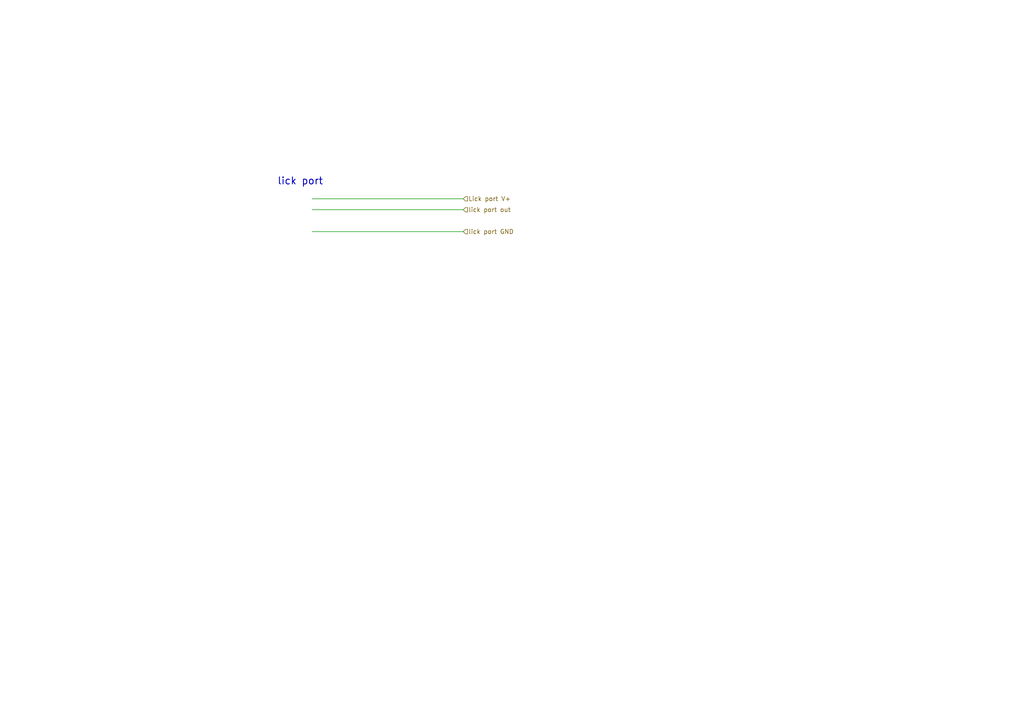
<source format=kicad_sch>
(kicad_sch (version 20211123) (generator eeschema)
  (paper "A4")
  (lib_symbols)
  (wire (pts (xy 90.551 67.183) (xy 134.366 67.183)))
  (wire (pts (xy 90.551 60.833) (xy 134.366 60.833)))
  (wire (pts (xy 90.551 57.658) (xy 134.366 57.658)))
  (text "lick port" (at 80.391 53.848 0) (effects (font (size 2.032 2.032) (thickness 0.254) bold) (justify left bottom)))
  (hierarchical_label "lick port GND" (shape input) (at 134.366 67.183 0))
  (hierarchical_label "lick port out" (shape input) (at 134.366 60.833 0))
  (hierarchical_label "Lick port V+" (shape input) (at 134.366 57.658 0))
)
</source>
